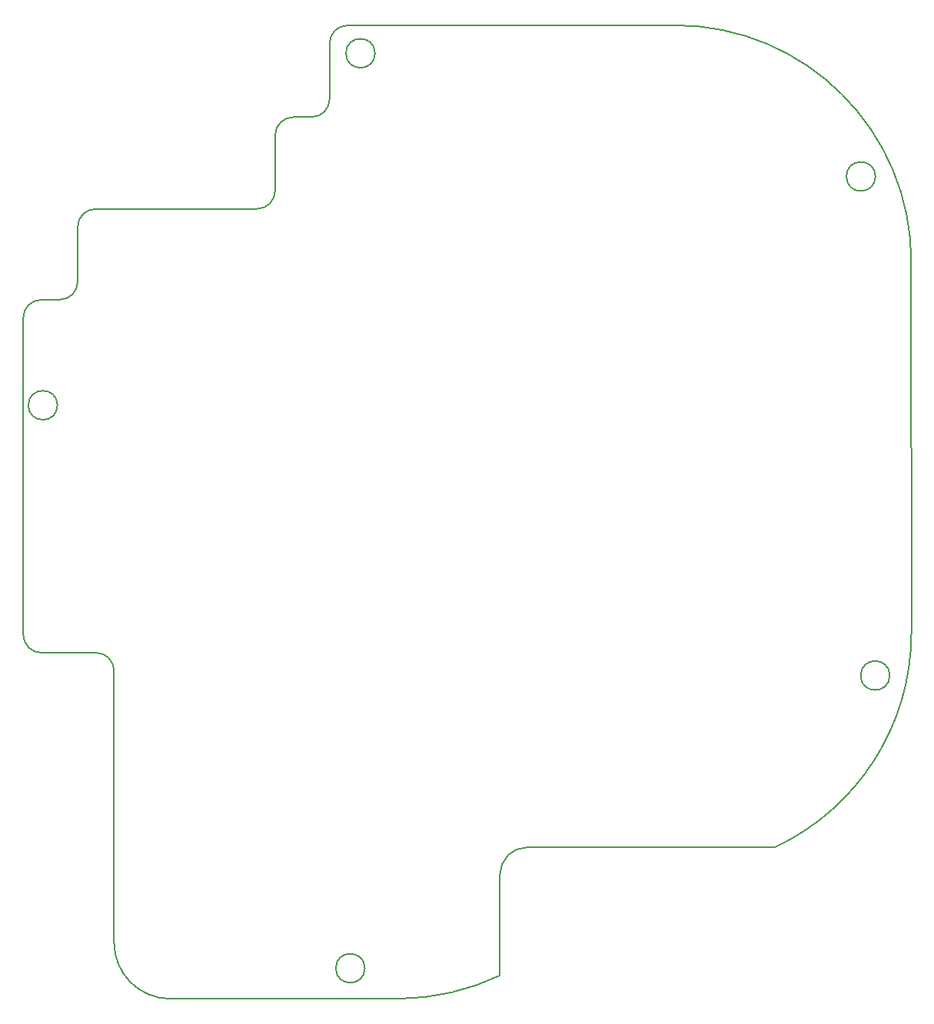
<source format=gm1>
G04 #@! TF.GenerationSoftware,KiCad,Pcbnew,7.0.8*
G04 #@! TF.CreationDate,2023-10-08T23:51:26-04:00*
G04 #@! TF.ProjectId,Mainboard-small-buttons,4d61696e-626f-4617-9264-2d736d616c6c,rev?*
G04 #@! TF.SameCoordinates,Original*
G04 #@! TF.FileFunction,Profile,NP*
%FSLAX46Y46*%
G04 Gerber Fmt 4.6, Leading zero omitted, Abs format (unit mm)*
G04 Created by KiCad (PCBNEW 7.0.8) date 2023-10-08 23:51:26*
%MOMM*%
%LPD*%
G01*
G04 APERTURE LIST*
G04 #@! TA.AperFunction,Profile*
%ADD10C,0.200000*%
G04 #@! TD*
G04 APERTURE END LIST*
D10*
X107736894Y-89348256D02*
X107739473Y-100630722D01*
X101727037Y-48478180D02*
G75*
G03*
X103726580Y-46478236I-437J1999980D01*
G01*
X131480730Y-20255515D02*
X131482127Y-26364388D01*
X99727552Y-48478709D02*
G75*
G03*
X97728009Y-50479150I448J-1999991D01*
G01*
X125482584Y-30364846D02*
X125482584Y-36473262D01*
X153249733Y-108773656D02*
G75*
G03*
X150248056Y-111776770I667J-3002344D01*
G01*
X101727037Y-48478236D02*
X99727552Y-48478693D01*
X97728009Y-50479150D02*
X97735980Y-85350542D01*
X107736887Y-89348256D02*
G75*
G03*
X105736437Y-87348713I-1999987J-444D01*
G01*
X123483041Y-38473262D02*
X105726122Y-38477322D01*
X135357661Y-122098861D02*
G75*
G03*
X135357661Y-122098861I-1601261J0D01*
G01*
X103726580Y-40477322D02*
X103726580Y-42478236D01*
X103726580Y-42478236D02*
X103726580Y-46478236D01*
X150250598Y-122897625D02*
X150248056Y-111776770D01*
X97736015Y-85350542D02*
G75*
G03*
X99736437Y-87350085I1999985J442D01*
G01*
X129482127Y-28364846D02*
X127482584Y-28364846D01*
X127482584Y-28364884D02*
G75*
G03*
X125482584Y-30364846I16J-2000016D01*
G01*
X193168061Y-89865200D02*
G75*
G03*
X193168061Y-89865200I-1601261J0D01*
G01*
X129482127Y-28364827D02*
G75*
G03*
X131482127Y-26364388I-27J2000027D01*
G01*
X101498400Y-60096400D02*
G75*
G03*
X101498400Y-60096400I-1601261J0D01*
G01*
X139126318Y-125451867D02*
G75*
G03*
X150250598Y-122897624I-198618J26366467D01*
G01*
X99736437Y-87350085D02*
X105736437Y-87348713D01*
X136475261Y-21336000D02*
G75*
G03*
X136475261Y-21336000I-1601261J0D01*
G01*
X107739469Y-119274331D02*
G75*
G03*
X113922473Y-125457331I6183031J31D01*
G01*
X195553153Y-85181377D02*
X195543799Y-44261360D01*
X123483041Y-38473284D02*
G75*
G03*
X125482584Y-36473262I-441J1999984D01*
G01*
X107739473Y-100630722D02*
X107739473Y-119274331D01*
X133480273Y-18255130D02*
G75*
G03*
X131480730Y-20255515I427J-1999970D01*
G01*
X105726122Y-38477280D02*
G75*
G03*
X103726580Y-40477322I478J-2000020D01*
G01*
X195543779Y-44261360D02*
G75*
G03*
X169517363Y-18246821I-26020479J-5940D01*
G01*
X113922473Y-125457331D02*
X139126318Y-125451875D01*
X169517363Y-18246820D02*
X133480273Y-18255058D01*
X191593261Y-34899600D02*
G75*
G03*
X191593261Y-34899600I-1601261J0D01*
G01*
X153249733Y-108773620D02*
X180534945Y-108767383D01*
X180534945Y-108767382D02*
G75*
G03*
X195553152Y-85181377I-11002325J23580012D01*
G01*
M02*

</source>
